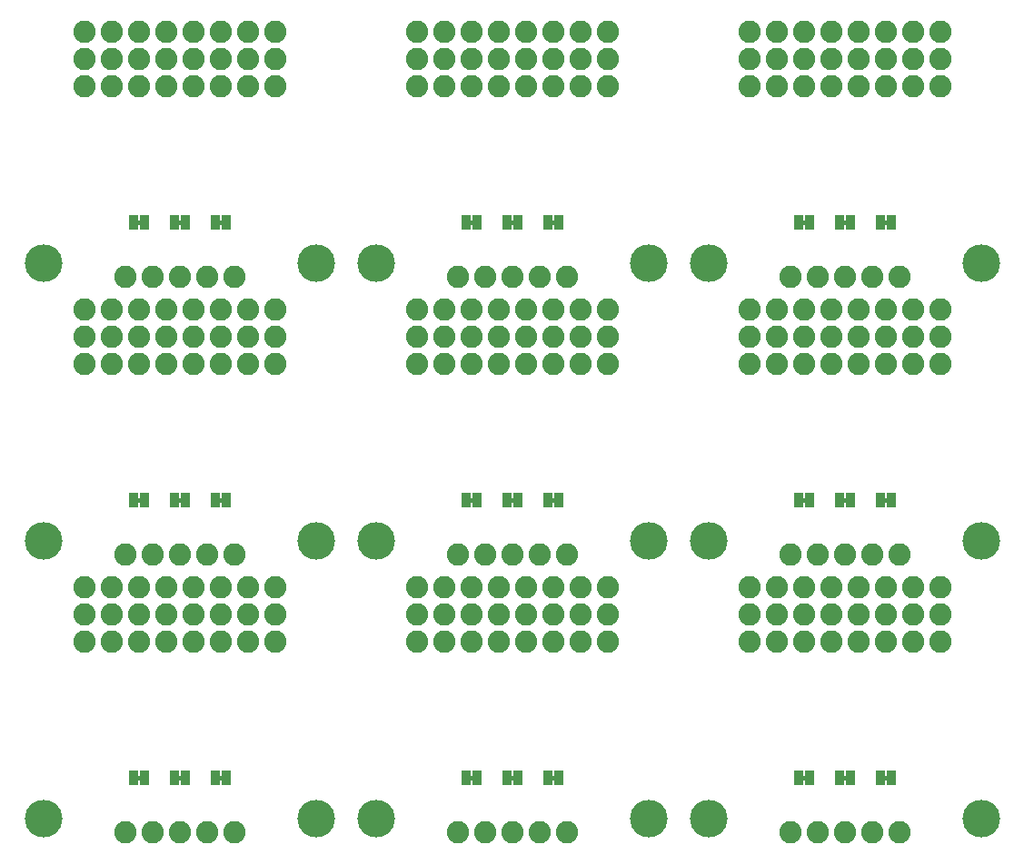
<source format=gbs>
G75*
%MOIN*%
%OFA0B0*%
%FSLAX25Y25*%
%IPPOS*%
%LPD*%
%AMOC8*
5,1,8,0,0,1.08239X$1,22.5*
%
%ADD10C,0.13800*%
%ADD11C,0.08200*%
%ADD12R,0.03300X0.05800*%
%ADD13C,0.00500*%
D10*
X0012560Y0016000D03*
X0112560Y0016000D03*
X0134560Y0016000D03*
X0234560Y0016000D03*
X0256560Y0016000D03*
X0356560Y0016000D03*
X0356560Y0118000D03*
X0256560Y0118000D03*
X0234560Y0118000D03*
X0134560Y0118000D03*
X0112560Y0118000D03*
X0012560Y0118000D03*
X0012560Y0220000D03*
X0112560Y0220000D03*
X0134560Y0220000D03*
X0234560Y0220000D03*
X0256560Y0220000D03*
X0356560Y0220000D03*
D11*
X0341560Y0203000D03*
X0331560Y0203000D03*
X0321560Y0203000D03*
X0311560Y0203000D03*
X0311560Y0193000D03*
X0321560Y0193000D03*
X0331560Y0193000D03*
X0341560Y0193000D03*
X0341560Y0183000D03*
X0331560Y0183000D03*
X0321560Y0183000D03*
X0311560Y0183000D03*
X0301560Y0183000D03*
X0291560Y0183000D03*
X0281560Y0183000D03*
X0271560Y0183000D03*
X0271560Y0193000D03*
X0281560Y0193000D03*
X0291560Y0193000D03*
X0301560Y0193000D03*
X0301560Y0203000D03*
X0291560Y0203000D03*
X0281560Y0203000D03*
X0271560Y0203000D03*
X0286560Y0215000D03*
X0296560Y0215000D03*
X0306560Y0215000D03*
X0316560Y0215000D03*
X0326560Y0215000D03*
X0321560Y0285000D03*
X0331560Y0285000D03*
X0341560Y0285000D03*
X0341560Y0295000D03*
X0331560Y0295000D03*
X0321560Y0295000D03*
X0311560Y0295000D03*
X0311560Y0285000D03*
X0301560Y0285000D03*
X0291560Y0285000D03*
X0281560Y0285000D03*
X0271560Y0285000D03*
X0271560Y0295000D03*
X0281560Y0295000D03*
X0291560Y0295000D03*
X0301560Y0295000D03*
X0301560Y0305000D03*
X0291560Y0305000D03*
X0281560Y0305000D03*
X0271560Y0305000D03*
X0311560Y0305000D03*
X0321560Y0305000D03*
X0331560Y0305000D03*
X0341560Y0305000D03*
X0219560Y0305000D03*
X0209560Y0305000D03*
X0199560Y0305000D03*
X0189560Y0305000D03*
X0189560Y0295000D03*
X0199560Y0295000D03*
X0209560Y0295000D03*
X0219560Y0295000D03*
X0219560Y0285000D03*
X0209560Y0285000D03*
X0199560Y0285000D03*
X0189560Y0285000D03*
X0179560Y0285000D03*
X0169560Y0285000D03*
X0159560Y0285000D03*
X0149560Y0285000D03*
X0149560Y0295000D03*
X0159560Y0295000D03*
X0169560Y0295000D03*
X0179560Y0295000D03*
X0179560Y0305000D03*
X0169560Y0305000D03*
X0159560Y0305000D03*
X0149560Y0305000D03*
X0097560Y0305000D03*
X0087560Y0305000D03*
X0077560Y0305000D03*
X0077560Y0295000D03*
X0087560Y0295000D03*
X0097560Y0295000D03*
X0097560Y0285000D03*
X0087560Y0285000D03*
X0077560Y0285000D03*
X0067560Y0285000D03*
X0057560Y0285000D03*
X0047560Y0285000D03*
X0037560Y0285000D03*
X0027560Y0285000D03*
X0027560Y0295000D03*
X0037560Y0295000D03*
X0047560Y0295000D03*
X0057560Y0295000D03*
X0067560Y0295000D03*
X0067560Y0305000D03*
X0057560Y0305000D03*
X0047560Y0305000D03*
X0037560Y0305000D03*
X0027560Y0305000D03*
X0042560Y0215000D03*
X0052560Y0215000D03*
X0062560Y0215000D03*
X0072560Y0215000D03*
X0082560Y0215000D03*
X0087560Y0203000D03*
X0097560Y0203000D03*
X0097560Y0193000D03*
X0087560Y0193000D03*
X0077560Y0193000D03*
X0077560Y0183000D03*
X0087560Y0183000D03*
X0097560Y0183000D03*
X0077560Y0203000D03*
X0067560Y0203000D03*
X0057560Y0203000D03*
X0047560Y0203000D03*
X0037560Y0203000D03*
X0027560Y0203000D03*
X0027560Y0193000D03*
X0037560Y0193000D03*
X0047560Y0193000D03*
X0057560Y0193000D03*
X0067560Y0193000D03*
X0067560Y0183000D03*
X0057560Y0183000D03*
X0047560Y0183000D03*
X0037560Y0183000D03*
X0027560Y0183000D03*
X0042560Y0113000D03*
X0052560Y0113000D03*
X0062560Y0113000D03*
X0072560Y0113000D03*
X0082560Y0113000D03*
X0087560Y0101000D03*
X0097560Y0101000D03*
X0097560Y0091000D03*
X0087560Y0091000D03*
X0077560Y0091000D03*
X0077560Y0081000D03*
X0087560Y0081000D03*
X0097560Y0081000D03*
X0077560Y0101000D03*
X0067560Y0101000D03*
X0057560Y0101000D03*
X0047560Y0101000D03*
X0037560Y0101000D03*
X0027560Y0101000D03*
X0027560Y0091000D03*
X0037560Y0091000D03*
X0047560Y0091000D03*
X0057560Y0091000D03*
X0067560Y0091000D03*
X0067560Y0081000D03*
X0057560Y0081000D03*
X0047560Y0081000D03*
X0037560Y0081000D03*
X0027560Y0081000D03*
X0042560Y0011000D03*
X0052560Y0011000D03*
X0062560Y0011000D03*
X0072560Y0011000D03*
X0082560Y0011000D03*
X0164560Y0011000D03*
X0174560Y0011000D03*
X0184560Y0011000D03*
X0194560Y0011000D03*
X0204560Y0011000D03*
X0286560Y0011000D03*
X0296560Y0011000D03*
X0306560Y0011000D03*
X0316560Y0011000D03*
X0326560Y0011000D03*
X0321560Y0081000D03*
X0331560Y0081000D03*
X0341560Y0081000D03*
X0341560Y0091000D03*
X0331560Y0091000D03*
X0321560Y0091000D03*
X0311560Y0091000D03*
X0311560Y0081000D03*
X0301560Y0081000D03*
X0291560Y0081000D03*
X0281560Y0081000D03*
X0271560Y0081000D03*
X0271560Y0091000D03*
X0281560Y0091000D03*
X0291560Y0091000D03*
X0301560Y0091000D03*
X0301560Y0101000D03*
X0291560Y0101000D03*
X0281560Y0101000D03*
X0271560Y0101000D03*
X0286560Y0113000D03*
X0296560Y0113000D03*
X0306560Y0113000D03*
X0316560Y0113000D03*
X0326560Y0113000D03*
X0331560Y0101000D03*
X0341560Y0101000D03*
X0321560Y0101000D03*
X0311560Y0101000D03*
X0219560Y0101000D03*
X0209560Y0101000D03*
X0199560Y0101000D03*
X0189560Y0101000D03*
X0189560Y0091000D03*
X0199560Y0091000D03*
X0209560Y0091000D03*
X0219560Y0091000D03*
X0219560Y0081000D03*
X0209560Y0081000D03*
X0199560Y0081000D03*
X0189560Y0081000D03*
X0179560Y0081000D03*
X0169560Y0081000D03*
X0159560Y0081000D03*
X0149560Y0081000D03*
X0149560Y0091000D03*
X0159560Y0091000D03*
X0169560Y0091000D03*
X0179560Y0091000D03*
X0179560Y0101000D03*
X0169560Y0101000D03*
X0159560Y0101000D03*
X0149560Y0101000D03*
X0164560Y0113000D03*
X0174560Y0113000D03*
X0184560Y0113000D03*
X0194560Y0113000D03*
X0204560Y0113000D03*
X0199560Y0183000D03*
X0209560Y0183000D03*
X0219560Y0183000D03*
X0219560Y0193000D03*
X0209560Y0193000D03*
X0199560Y0193000D03*
X0189560Y0193000D03*
X0189560Y0183000D03*
X0179560Y0183000D03*
X0169560Y0183000D03*
X0159560Y0183000D03*
X0149560Y0183000D03*
X0149560Y0193000D03*
X0159560Y0193000D03*
X0169560Y0193000D03*
X0179560Y0193000D03*
X0179560Y0203000D03*
X0169560Y0203000D03*
X0159560Y0203000D03*
X0149560Y0203000D03*
X0164560Y0215000D03*
X0174560Y0215000D03*
X0184560Y0215000D03*
X0194560Y0215000D03*
X0204560Y0215000D03*
X0209560Y0203000D03*
X0219560Y0203000D03*
X0199560Y0203000D03*
X0189560Y0203000D03*
D12*
X0186560Y0235000D03*
X0182560Y0235000D03*
X0171560Y0235000D03*
X0167560Y0235000D03*
X0197560Y0235000D03*
X0201560Y0235000D03*
X0289560Y0235000D03*
X0293560Y0235000D03*
X0304560Y0235000D03*
X0308560Y0235000D03*
X0319560Y0235000D03*
X0323560Y0235000D03*
X0323560Y0133000D03*
X0319560Y0133000D03*
X0308560Y0133000D03*
X0304560Y0133000D03*
X0293560Y0133000D03*
X0289560Y0133000D03*
X0201560Y0133000D03*
X0197560Y0133000D03*
X0186560Y0133000D03*
X0182560Y0133000D03*
X0171560Y0133000D03*
X0167560Y0133000D03*
X0079560Y0133000D03*
X0075560Y0133000D03*
X0064560Y0133000D03*
X0060560Y0133000D03*
X0049560Y0133000D03*
X0045560Y0133000D03*
X0045560Y0031000D03*
X0049560Y0031000D03*
X0060560Y0031000D03*
X0064560Y0031000D03*
X0075560Y0031000D03*
X0079560Y0031000D03*
X0167560Y0031000D03*
X0171560Y0031000D03*
X0182560Y0031000D03*
X0186560Y0031000D03*
X0197560Y0031000D03*
X0201560Y0031000D03*
X0289560Y0031000D03*
X0293560Y0031000D03*
X0304560Y0031000D03*
X0308560Y0031000D03*
X0319560Y0031000D03*
X0323560Y0031000D03*
X0079560Y0235000D03*
X0075560Y0235000D03*
X0064560Y0235000D03*
X0060560Y0235000D03*
X0049560Y0235000D03*
X0045560Y0235000D03*
D13*
X0046810Y0234817D02*
X0048310Y0234817D01*
X0048310Y0234500D02*
X0048310Y0235500D01*
X0046810Y0235500D01*
X0046810Y0234500D01*
X0048310Y0234500D01*
X0048310Y0235315D02*
X0046810Y0235315D01*
X0061810Y0235315D02*
X0063310Y0235315D01*
X0063310Y0235500D02*
X0061810Y0235500D01*
X0061810Y0234500D01*
X0063310Y0234500D01*
X0063310Y0235500D01*
X0063310Y0234817D02*
X0061810Y0234817D01*
X0076810Y0234817D02*
X0078310Y0234817D01*
X0078310Y0234500D02*
X0078310Y0235500D01*
X0076810Y0235500D01*
X0076810Y0234500D01*
X0078310Y0234500D01*
X0078310Y0235315D02*
X0076810Y0235315D01*
X0168810Y0235315D02*
X0170310Y0235315D01*
X0170310Y0235500D02*
X0168810Y0235500D01*
X0168810Y0234500D01*
X0170310Y0234500D01*
X0170310Y0235500D01*
X0170310Y0234817D02*
X0168810Y0234817D01*
X0183810Y0234817D02*
X0185310Y0234817D01*
X0185310Y0234500D02*
X0185310Y0235500D01*
X0183810Y0235500D01*
X0183810Y0234500D01*
X0185310Y0234500D01*
X0185310Y0235315D02*
X0183810Y0235315D01*
X0198810Y0235315D02*
X0200310Y0235315D01*
X0200310Y0235500D02*
X0200310Y0234500D01*
X0198810Y0234500D01*
X0198810Y0235500D01*
X0200310Y0235500D01*
X0200310Y0234817D02*
X0198810Y0234817D01*
X0290810Y0234817D02*
X0292310Y0234817D01*
X0292310Y0234500D02*
X0292310Y0235500D01*
X0290810Y0235500D01*
X0290810Y0234500D01*
X0292310Y0234500D01*
X0292310Y0235315D02*
X0290810Y0235315D01*
X0305810Y0235315D02*
X0307310Y0235315D01*
X0307310Y0235500D02*
X0305810Y0235500D01*
X0305810Y0234500D01*
X0307310Y0234500D01*
X0307310Y0235500D01*
X0307310Y0234817D02*
X0305810Y0234817D01*
X0320810Y0234817D02*
X0322310Y0234817D01*
X0322310Y0234500D02*
X0322310Y0235500D01*
X0320810Y0235500D01*
X0320810Y0234500D01*
X0322310Y0234500D01*
X0322310Y0235315D02*
X0320810Y0235315D01*
X0320810Y0133500D02*
X0320810Y0132500D01*
X0322310Y0132500D01*
X0322310Y0133500D01*
X0320810Y0133500D01*
X0320810Y0133120D02*
X0322310Y0133120D01*
X0322310Y0132622D02*
X0320810Y0132622D01*
X0307310Y0132622D02*
X0305810Y0132622D01*
X0305810Y0132500D02*
X0305810Y0133500D01*
X0307310Y0133500D01*
X0307310Y0132500D01*
X0305810Y0132500D01*
X0305810Y0133120D02*
X0307310Y0133120D01*
X0292310Y0133120D02*
X0290810Y0133120D01*
X0290810Y0133500D02*
X0290810Y0132500D01*
X0292310Y0132500D01*
X0292310Y0133500D01*
X0290810Y0133500D01*
X0290810Y0132622D02*
X0292310Y0132622D01*
X0200310Y0132622D02*
X0198810Y0132622D01*
X0198810Y0132500D02*
X0200310Y0132500D01*
X0200310Y0133500D01*
X0198810Y0133500D01*
X0198810Y0132500D01*
X0198810Y0133120D02*
X0200310Y0133120D01*
X0185310Y0133120D02*
X0183810Y0133120D01*
X0183810Y0133500D02*
X0183810Y0132500D01*
X0185310Y0132500D01*
X0185310Y0133500D01*
X0183810Y0133500D01*
X0183810Y0132622D02*
X0185310Y0132622D01*
X0170310Y0132622D02*
X0168810Y0132622D01*
X0168810Y0132500D02*
X0168810Y0133500D01*
X0170310Y0133500D01*
X0170310Y0132500D01*
X0168810Y0132500D01*
X0168810Y0133120D02*
X0170310Y0133120D01*
X0078310Y0133120D02*
X0076810Y0133120D01*
X0076810Y0133500D02*
X0076810Y0132500D01*
X0078310Y0132500D01*
X0078310Y0133500D01*
X0076810Y0133500D01*
X0076810Y0132622D02*
X0078310Y0132622D01*
X0063310Y0132622D02*
X0061810Y0132622D01*
X0061810Y0132500D02*
X0061810Y0133500D01*
X0063310Y0133500D01*
X0063310Y0132500D01*
X0061810Y0132500D01*
X0061810Y0133120D02*
X0063310Y0133120D01*
X0048310Y0133120D02*
X0046810Y0133120D01*
X0046810Y0133500D02*
X0046810Y0132500D01*
X0048310Y0132500D01*
X0048310Y0133500D01*
X0046810Y0133500D01*
X0046810Y0132622D02*
X0048310Y0132622D01*
X0048310Y0031500D02*
X0046810Y0031500D01*
X0046810Y0030500D01*
X0048310Y0030500D01*
X0048310Y0031500D01*
X0048310Y0031424D02*
X0046810Y0031424D01*
X0046810Y0030926D02*
X0048310Y0030926D01*
X0061810Y0030926D02*
X0063310Y0030926D01*
X0063310Y0030500D02*
X0063310Y0031500D01*
X0061810Y0031500D01*
X0061810Y0030500D01*
X0063310Y0030500D01*
X0063310Y0031424D02*
X0061810Y0031424D01*
X0076810Y0031424D02*
X0078310Y0031424D01*
X0078310Y0031500D02*
X0078310Y0030500D01*
X0076810Y0030500D01*
X0076810Y0031500D01*
X0078310Y0031500D01*
X0078310Y0030926D02*
X0076810Y0030926D01*
X0168810Y0030926D02*
X0170310Y0030926D01*
X0170310Y0030500D02*
X0170310Y0031500D01*
X0168810Y0031500D01*
X0168810Y0030500D01*
X0170310Y0030500D01*
X0170310Y0031424D02*
X0168810Y0031424D01*
X0183810Y0031424D02*
X0185310Y0031424D01*
X0185310Y0031500D02*
X0183810Y0031500D01*
X0183810Y0030500D01*
X0185310Y0030500D01*
X0185310Y0031500D01*
X0185310Y0030926D02*
X0183810Y0030926D01*
X0198810Y0030926D02*
X0200310Y0030926D01*
X0200310Y0030500D02*
X0200310Y0031500D01*
X0198810Y0031500D01*
X0198810Y0030500D01*
X0200310Y0030500D01*
X0200310Y0031424D02*
X0198810Y0031424D01*
X0290810Y0031424D02*
X0292310Y0031424D01*
X0292310Y0031500D02*
X0290810Y0031500D01*
X0290810Y0030500D01*
X0292310Y0030500D01*
X0292310Y0031500D01*
X0292310Y0030926D02*
X0290810Y0030926D01*
X0305810Y0030926D02*
X0307310Y0030926D01*
X0307310Y0030500D02*
X0307310Y0031500D01*
X0305810Y0031500D01*
X0305810Y0030500D01*
X0307310Y0030500D01*
X0307310Y0031424D02*
X0305810Y0031424D01*
X0320810Y0031424D02*
X0322310Y0031424D01*
X0322310Y0031500D02*
X0322310Y0030500D01*
X0320810Y0030500D01*
X0320810Y0031500D01*
X0322310Y0031500D01*
X0322310Y0030926D02*
X0320810Y0030926D01*
M02*

</source>
